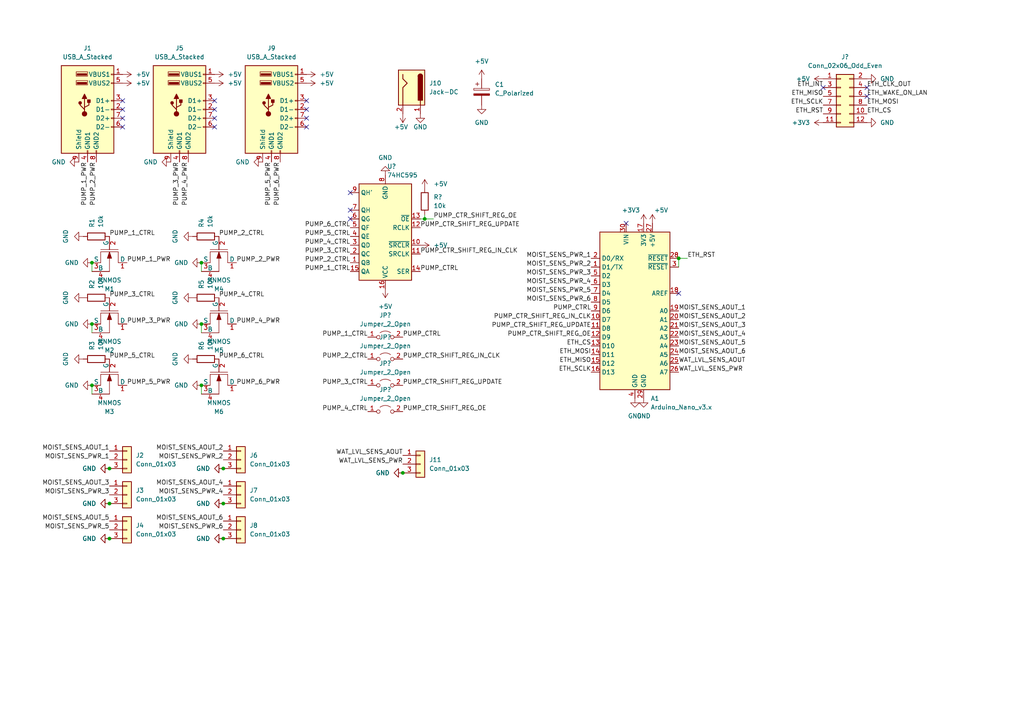
<source format=kicad_sch>
(kicad_sch (version 20211123) (generator eeschema)
  (paper "A4")
  (lib_symbols
    (symbol "74xx:74HC595"
      (property "Reference" "U" (at -7.62 13.97 0))
      (property "Value" "74HC595" (at -7.62 -16.51 0))
      (symbol "74HC595_1_0"
        (pin tri_state line (at 10.16 7.62 180) (length 2.54) (name "QB") (number "1"))
        (pin input line (at -10.16 2.54 0) (length 2.54) (name "~{SRCLR}") (number "10"))
        (pin input line (at -10.16 5.08 0) (length 2.54) (name "SRCLK") (number "11"))
        (pin input line (at -10.16 -2.54 0) (length 2.54) (name "RCLK") (number "12"))
        (pin input line (at -10.16 -5.08 0) (length 2.54) (name "~{OE}") (number "13"))
        (pin input line (at -10.16 10.16 0) (length 2.54) (name "SER") (number "14"))
        (pin tri_state line (at 10.16 10.16 180) (length 2.54) (name "QA") (number "15"))
        (pin power_in line (at 0 15.24 270) (length 2.54) (name "VCC") (number "16"))
        (pin tri_state line (at 10.16 5.08 180) (length 2.54) (name "QC") (number "2"))
        (pin tri_state line (at 10.16 2.54 180) (length 2.54) (name "QD") (number "3"))
        (pin tri_state line (at 10.16 0 180) (length 2.54) (name "QE") (number "4"))
        (pin tri_state line (at 10.16 -2.54 180) (length 2.54) (name "QF") (number "5"))
        (pin tri_state line (at 10.16 -5.08 180) (length 2.54) (name "QG") (number "6"))
        (pin tri_state line (at 10.16 -7.62 180) (length 2.54) (name "QH") (number "7"))
        (pin power_in line (at 0 -17.78 90) (length 2.54) (name "GND") (number "8"))
        (pin output line (at 10.16 -12.7 180) (length 2.54) (name "QH'") (number "9"))
      )
      (symbol "74HC595_1_1"
        (rectangle (start -7.62 12.7) (end 7.62 -15.24) (stroke (width 0.254)) (fill (type background)))
      )
    )
    (symbol "Connector:Jack-DC" (pin_names (offset 1.016))
      (property "Reference" "J" (at 0 5.334 0))
      (property "Value" "Jack-DC" (at 0 -5.08 0))
      (symbol "Jack-DC_0_1"
        (rectangle (start -5.08 3.81) (end 5.08 -3.81) (stroke (width 0.254)) (fill (type background)))
        (arc (start -3.302 3.175) (mid -3.937 2.54) (end -3.302 1.905) (stroke (width 0.254)))
        (arc (start -3.302 3.175) (mid -3.937 2.54) (end -3.302 1.905) (stroke (width 0.254)) (fill (type outline)))
        (polyline (pts (xy 5.08 2.54) (xy 3.81 2.54)) (stroke (width 0.254)))
        (polyline (pts (xy -3.81 -2.54) (xy -2.54 -2.54) (xy -1.27 -1.27) (xy 0 -2.54) (xy 2.54 -2.54) (xy 5.08 -2.54)) (stroke (width 0.254)))
        (rectangle (start 3.683 3.175) (end -3.302 1.905) (stroke (width 0.254)) (fill (type outline)))
      )
      (symbol "Jack-DC_1_1"
        (pin passive line (at 7.62 2.54 180) (length 2.54) (name "~") (number "1"))
        (pin passive line (at 7.62 -2.54 180) (length 2.54) (name "~") (number "2"))
      )
    )
    (symbol "Connector:USB_A_Stacked" (pin_names (offset 1.016))
      (property "Reference" "J" (at 0 15.875 0))
      (property "Value" "USB_A_Stacked" (at 0 13.97 0))
      (symbol "USB_A_Stacked_0_1"
        (rectangle (start -7.62 12.7) (end 7.62 -12.7) (stroke (width 0.254)) (fill (type background)))
        (circle (center -2.159 1.905) (radius 0.381) (stroke (width 0.254)) (fill (type outline)))
        (circle (center -0.889 -1.27) (radius 0.635) (stroke (width 0.254)) (fill (type outline)))
        (rectangle (start -0.254 7.366) (end -3.048 7.874) (fill (type outline)))
        (rectangle (start -0.254 9.906) (end -3.048 10.414) (fill (type outline)))
        (rectangle (start -0.127 -12.7) (end 0.127 -11.938))
        (polyline (pts (xy -1.524 3.175) (xy -0.254 3.175) (xy -0.889 4.445) (xy -1.524 3.175)) (stroke (width 0.254)) (fill (type outline)))
        (polyline (pts (xy -0.889 -0.635) (xy -0.889 0) (xy -2.159 1.27) (xy -2.159 1.905)) (stroke (width 0.254)))
        (polyline (pts (xy -0.889 0) (xy -0.889 0.635) (xy 0.381 1.27) (xy 0.381 2.54)) (stroke (width 0.254)))
        (rectangle (start 0 2.794) (end 0.762 2.032) (stroke (width 0.254)) (fill (type outline)))
        (rectangle (start 0 7.112) (end -3.302 8.382))
        (rectangle (start 0 9.652) (end -3.302 10.922))
        (rectangle (start 2.413 -12.7) (end 2.667 -11.938))
        (rectangle (start 7.62 -5.207) (end 6.858 -4.953))
        (rectangle (start 7.62 -2.667) (end 6.858 -2.413))
        (rectangle (start 7.62 -0.127) (end 6.858 0.127))
        (rectangle (start 7.62 2.413) (end 6.858 2.667))
        (rectangle (start 7.62 7.493) (end 6.858 7.747))
        (rectangle (start 7.62 10.033) (end 6.858 10.287))
      )
      (symbol "USB_A_Stacked_1_1"
        (polyline (pts (xy -0.889 0.635) (xy -0.889 3.175)) (stroke (width 0.254)))
        (pin power_in line (at 10.16 10.16 180) (length 2.54) (name "VBUS1") (number "1"))
        (pin bidirectional line (at 10.16 0 180) (length 2.54) (name "D1-") (number "2"))
        (pin bidirectional line (at 10.16 2.54 180) (length 2.54) (name "D1+") (number "3"))
        (pin power_in line (at 0 -15.24 90) (length 2.54) (name "GND1") (number "4"))
        (pin power_in line (at 10.16 7.62 180) (length 2.54) (name "VBUS2") (number "5"))
        (pin bidirectional line (at 10.16 -5.08 180) (length 2.54) (name "D2-") (number "6"))
        (pin bidirectional line (at 10.16 -2.54 180) (length 2.54) (name "D2+") (number "7"))
        (pin power_in line (at 2.54 -15.24 90) (length 2.54) (name "GND2") (number "8"))
        (pin passive line (at -2.54 -15.24 90) (length 2.54) (name "Shield") (number "9"))
      )
    )
    (symbol "Connector_Generic:Conn_01x03" (pin_names (offset 1.016) hide)
      (property "Reference" "J" (at 0 5.08 0))
      (property "Value" "Conn_01x03" (at 0 -5.08 0))
      (symbol "Conn_01x03_1_1"
        (rectangle (start -1.27 -2.413) (end 0 -2.667) (stroke (width 0.1524)))
        (rectangle (start -1.27 0.127) (end 0 -0.127) (stroke (width 0.1524)))
        (rectangle (start -1.27 2.667) (end 0 2.413) (stroke (width 0.1524)))
        (rectangle (start -1.27 3.81) (end 1.27 -3.81) (stroke (width 0.254)) (fill (type background)))
        (pin passive line (at -5.08 2.54 0) (length 3.81) (name "Pin_1") (number "1"))
        (pin passive line (at -5.08 0 0) (length 3.81) (name "Pin_2") (number "2"))
        (pin passive line (at -5.08 -2.54 0) (length 3.81) (name "Pin_3") (number "3"))
      )
    )
    (symbol "Connector_Generic:Conn_02x06_Odd_Even" (pin_names (offset 1.016) hide)
      (property "Reference" "J" (at 1.27 7.62 0))
      (property "Value" "Conn_02x06_Odd_Even" (at 1.27 -10.16 0))
      (symbol "Conn_02x06_Odd_Even_1_1"
        (rectangle (start -1.27 -7.493) (end 0 -7.747) (stroke (width 0.1524)))
        (rectangle (start -1.27 -4.953) (end 0 -5.207) (stroke (width 0.1524)))
        (rectangle (start -1.27 -2.413) (end 0 -2.667) (stroke (width 0.1524)))
        (rectangle (start -1.27 0.127) (end 0 -0.127) (stroke (width 0.1524)))
        (rectangle (start -1.27 2.667) (end 0 2.413) (stroke (width 0.1524)))
        (rectangle (start -1.27 5.207) (end 0 4.953) (stroke (width 0.1524)))
        (rectangle (start -1.27 6.35) (end 3.81 -8.89) (stroke (width 0.254)) (fill (type background)))
        (rectangle (start 3.81 -7.493) (end 2.54 -7.747) (stroke (width 0.1524)))
        (rectangle (start 3.81 -4.953) (end 2.54 -5.207) (stroke (width 0.1524)))
        (rectangle (start 3.81 -2.413) (end 2.54 -2.667) (stroke (width 0.1524)))
        (rectangle (start 3.81 0.127) (end 2.54 -0.127) (stroke (width 0.1524)))
        (rectangle (start 3.81 2.667) (end 2.54 2.413) (stroke (width 0.1524)))
        (rectangle (start 3.81 5.207) (end 2.54 4.953) (stroke (width 0.1524)))
        (pin passive line (at -5.08 5.08 0) (length 3.81) (name "Pin_1") (number "1"))
        (pin passive line (at 7.62 -5.08 180) (length 3.81) (name "Pin_10") (number "10"))
        (pin passive line (at -5.08 -7.62 0) (length 3.81) (name "Pin_11") (number "11"))
        (pin passive line (at 7.62 -7.62 180) (length 3.81) (name "Pin_12") (number "12"))
        (pin passive line (at 7.62 5.08 180) (length 3.81) (name "Pin_2") (number "2"))
        (pin passive line (at -5.08 2.54 0) (length 3.81) (name "Pin_3") (number "3"))
        (pin passive line (at 7.62 2.54 180) (length 3.81) (name "Pin_4") (number "4"))
        (pin passive line (at -5.08 0 0) (length 3.81) (name "Pin_5") (number "5"))
        (pin passive line (at 7.62 0 180) (length 3.81) (name "Pin_6") (number "6"))
        (pin passive line (at -5.08 -2.54 0) (length 3.81) (name "Pin_7") (number "7"))
        (pin passive line (at 7.62 -2.54 180) (length 3.81) (name "Pin_8") (number "8"))
        (pin passive line (at -5.08 -5.08 0) (length 3.81) (name "Pin_9") (number "9"))
      )
    )
    (symbol "Device:C_Polarized" (pin_numbers hide) (pin_names (offset 0.254))
      (property "Reference" "C" (at 0.635 2.54 0))
      (property "Value" "C_Polarized" (at 0.635 -2.54 0))
      (symbol "C_Polarized_0_1"
        (rectangle (start -2.286 0.508) (end 2.286 1.016))
        (polyline (pts (xy -1.778 2.286) (xy -0.762 2.286)))
        (polyline (pts (xy -1.27 2.794) (xy -1.27 1.778)))
        (rectangle (start 2.286 -0.508) (end -2.286 -1.016) (fill (type outline)))
      )
      (symbol "C_Polarized_1_1"
        (pin passive line (at 0 3.81 270) (length 2.794) (name "~") (number "1"))
        (pin passive line (at 0 -3.81 90) (length 2.794) (name "~") (number "2"))
      )
    )
    (symbol "Device:R" (pin_numbers hide) (pin_names (offset 0))
      (property "Reference" "R" (at 2.032 0 90))
      (property "Value" "R" (at 0 0 90))
      (symbol "R_0_1"
        (rectangle (start -1.016 -2.54) (end 1.016 2.54) (stroke (width 0.254)))
      )
      (symbol "R_1_1"
        (pin passive line (at 0 3.81 270) (length 1.27) (name "~") (number "1"))
        (pin passive line (at 0 -3.81 90) (length 1.27) (name "~") (number "2"))
      )
    )
    (symbol "Jumper:Jumper_2_Open" (pin_names (offset 0) hide)
      (property "Reference" "JP" (at 0 2.794 0))
      (property "Value" "Jumper_2_Open" (at 0 -2.286 0))
      (symbol "Jumper_2_Open_0_0"
        (circle (center -2.032 0) (radius 0.508))
        (circle (center 2.032 0) (radius 0.508))
      )
      (symbol "Jumper_2_Open_0_1"
        (arc (start 1.524 1.27) (mid 0 1.778) (end -1.524 1.27))
      )
      (symbol "Jumper_2_Open_1_1"
        (pin passive line (at -5.08 0 0) (length 2.54) (name "A") (number "1"))
        (pin passive line (at 5.08 0 180) (length 2.54) (name "B") (number "2"))
      )
    )
    (symbol "MCU_Module:Arduino_Nano_v3.x"
      (property "Reference" "A" (at -10.16 23.495 0))
      (property "Value" "Arduino_Nano_v3.x" (at 5.08 -24.13 0))
      (symbol "Arduino_Nano_v3.x_0_1"
        (rectangle (start -10.16 22.86) (end 10.16 -22.86) (stroke (width 0.254)) (fill (type background)))
      )
      (symbol "Arduino_Nano_v3.x_1_1"
        (pin bidirectional line (at -12.7 12.7 0) (length 2.54) (name "D1/TX") (number "1"))
        (pin bidirectional line (at -12.7 -2.54 0) (length 2.54) (name "D7") (number "10"))
        (pin bidirectional line (at -12.7 -5.08 0) (length 2.54) (name "D8") (number "11"))
        (pin bidirectional line (at -12.7 -7.62 0) (length 2.54) (name "D9") (number "12"))
        (pin bidirectional line (at -12.7 -10.16 0) (length 2.54) (name "D10") (number "13"))
        (pin bidirectional line (at -12.7 -12.7 0) (length 2.54) (name "D11") (number "14"))
        (pin bidirectional line (at -12.7 -15.24 0) (length 2.54) (name "D12") (number "15"))
        (pin bidirectional line (at -12.7 -17.78 0) (length 2.54) (name "D13") (number "16"))
        (pin power_out line (at 2.54 25.4 270) (length 2.54) (name "3V3") (number "17"))
        (pin input line (at 12.7 5.08 180) (length 2.54) (name "AREF") (number "18"))
        (pin bidirectional line (at 12.7 0 180) (length 2.54) (name "A0") (number "19"))
        (pin bidirectional line (at -12.7 15.24 0) (length 2.54) (name "D0/RX") (number "2"))
        (pin bidirectional line (at 12.7 -2.54 180) (length 2.54) (name "A1") (number "20"))
        (pin bidirectional line (at 12.7 -5.08 180) (length 2.54) (name "A2") (number "21"))
        (pin bidirectional line (at 12.7 -7.62 180) (length 2.54) (name "A3") (number "22"))
        (pin bidirectional line (at 12.7 -10.16 180) (length 2.54) (name "A4") (number "23"))
        (pin bidirectional line (at 12.7 -12.7 180) (length 2.54) (name "A5") (number "24"))
        (pin bidirectional line (at 12.7 -15.24 180) (length 2.54) (name "A6") (number "25"))
        (pin bidirectional line (at 12.7 -17.78 180) (length 2.54) (name "A7") (number "26"))
        (pin power_out line (at 5.08 25.4 270) (length 2.54) (name "+5V") (number "27"))
        (pin input line (at 12.7 15.24 180) (length 2.54) (name "~{RESET}") (number "28"))
        (pin power_in line (at 2.54 -25.4 90) (length 2.54) (name "GND") (number "29"))
        (pin input line (at 12.7 12.7 180) (length 2.54) (name "~{RESET}") (number "3"))
        (pin power_in line (at -2.54 25.4 270) (length 2.54) (name "VIN") (number "30"))
        (pin power_in line (at 0 -25.4 90) (length 2.54) (name "GND") (number "4"))
        (pin bidirectional line (at -12.7 10.16 0) (length 2.54) (name "D2") (number "5"))
        (pin bidirectional line (at -12.7 7.62 0) (length 2.54) (name "D3") (number "6"))
        (pin bidirectional line (at -12.7 5.08 0) (length 2.54) (name "D4") (number "7"))
        (pin bidirectional line (at -12.7 2.54 0) (length 2.54) (name "D5") (number "8"))
        (pin bidirectional line (at -12.7 0 0) (length 2.54) (name "D6") (number "9"))
      )
    )
    (symbol "power:+3.3V" (power) (pin_names (offset 0))
      (property "Value" "+3.3V" (at 0 3.556 0))
      (symbol "+3.3V_0_1"
        (polyline (pts (xy -0.762 1.27) (xy 0 2.54)))
        (polyline (pts (xy 0 0) (xy 0 2.54)))
        (polyline (pts (xy 0 2.54) (xy 0.762 1.27)))
      )
      (symbol "+3.3V_1_1"
        (pin power_in line (at 0 0 90) (length 0) hide (name "+3V3") (number "1"))
      )
    )
    (symbol "power:+5V" (power) (pin_names (offset 0))
      (property "Value" "+5V" (at 0 3.556 0))
      (symbol "+5V_0_1"
        (polyline (pts (xy -0.762 1.27) (xy 0 2.54)))
        (polyline (pts (xy 0 0) (xy 0 2.54)))
        (polyline (pts (xy 0 2.54) (xy 0.762 1.27)))
      )
      (symbol "+5V_1_1"
        (pin power_in line (at 0 0 90) (length 0) hide (name "+5V") (number "1"))
      )
    )
    (symbol "power:GND" (power) (pin_names (offset 0))
      (property "Value" "GND" (at 0 -3.81 0))
      (symbol "GND_0_1"
        (polyline (pts (xy 0 0) (xy 0 -1.27) (xy 1.27 -1.27) (xy 0 -2.54) (xy -1.27 -1.27) (xy 0 -1.27)))
      )
      (symbol "GND_1_1"
        (pin power_in line (at 0 0 270) (length 0) hide (name "GND") (number "1"))
      )
    )
    (symbol "pspice:MNMOS" (pin_names (offset 0))
      (property "Reference" "M" (at 7.62 1.27 0))
      (property "Value" "MNMOS" (at 7.62 -1.27 0))
      (symbol "MNMOS_0_1"
        (polyline (pts (xy -1.27 -2.54) (xy -1.27 2.54)))
        (polyline (pts (xy -0.635 -2.54) (xy 2.54 -2.54)))
        (polyline (pts (xy 2.54 2.54) (xy -0.635 2.54)))
        (polyline (pts (xy 5.08 0) (xy -0.635 0)))
        (polyline (pts (xy -0.635 0) (xy 1.27 0.635) (xy 1.27 -0.635) (xy -0.635 0)) (fill (type outline)))
      )
      (symbol "MNMOS_1_1"
        (polyline (pts (xy -0.635 -2.54) (xy -0.635 2.54)))
        (pin passive line (at 2.54 5.08 270) (length 2.54) (name "D") (number "1"))
        (pin input line (at -5.08 0 0) (length 3.81) (name "G") (number "2"))
        (pin passive line (at 2.54 -5.08 90) (length 2.54) (name "S") (number "3"))
        (pin input line (at 5.08 -5.08 90) (length 5.08) (name "B") (number "4"))
      )
    )
  )
  (junction (at 58.42 111.76))
  (junction (at 64.77 146.05))
  (junction (at 26.67 111.76))
  (junction (at 31.75 135.89))
  (junction (at 26.67 76.2))
  (junction (at 58.42 93.98))
  (junction (at 58.42 76.2))
  (junction (at 123.19 63.5))
  (junction (at 196.85 74.93))
  (junction (at 26.67 93.98))
  (junction (at 31.75 146.05))
  (junction (at 64.77 135.89))
  (junction (at 116.84 137.16))
  (junction (at 64.77 156.21))
  (junction (at 31.75 156.21))
  (no_connect (at 101.6 63.5))
  (no_connect (at 101.6 60.96))
  (no_connect (at 101.6 55.88))
  (no_connect (at 196.85 85.09))
  (no_connect (at 181.61 64.77))
  (no_connect (at 35.56 31.75))
  (no_connect (at 35.56 34.29))
  (no_connect (at 35.56 36.83))
  (no_connect (at 88.9 36.83))
  (no_connect (at 88.9 31.75))
  (no_connect (at 88.9 34.29))
  (no_connect (at 35.56 29.21))
  (no_connect (at 62.23 34.29))
  (no_connect (at 62.23 29.21))
  (no_connect (at 62.23 36.83))
  (no_connect (at 62.23 31.75))
  (no_connect (at 88.9 29.21))
  (no_connect (at 251.46 27.94))
  (no_connect (at 251.46 25.4))
  (no_connect (at 238.76 25.4))
  (wire (pts (xy 196.85 74.93) (xy 199.39 74.93)))
  (wire (pts (xy 196.85 74.93) (xy 196.85 77.47)))
  (wire (pts (xy 123.19 62.23) (xy 123.19 63.5)))
  (wire (pts (xy 123.19 63.5) (xy 121.92 63.5)))
  (wire (pts (xy 26.67 76.2) (xy 26.67 78.74)))
  (wire (pts (xy 125.73 63.5) (xy 123.19 63.5)))
  (wire (pts (xy 58.42 76.2) (xy 58.42 78.74)))
  (wire (pts (xy 58.42 93.98) (xy 58.42 96.52)))
  (wire (pts (xy 26.67 93.98) (xy 26.67 96.52)))
  (wire (pts (xy 26.67 111.76) (xy 26.67 114.3)))
  (wire (pts (xy 58.42 111.76) (xy 58.42 114.3)))
  (label "ETH_SCLK" (at 171.45 107.95 180))
  (label "PUMP_CTR_SHIFT_REG_IN_CLK" (at 121.92 73.66 0))
  (label "ETH_CLK_OUT" (at 251.46 25.4 0))
  (label "MOIST_SENS_PWR_4" (at 64.77 143.51 180))
  (label "PUMP_1_CTRL" (at 106.68 97.79 180))
  (label "PUMP_CTR_SHIFT_REG_IN_CLK" (at 116.84 104.14 0))
  (label "PUMP_4_CTRL" (at 63.5 86.36 0))
  (label "MOIST_SENS_PWR_1" (at 31.75 133.35 180))
  (label "PUMP_3_CTRL" (at 106.68 111.76 180))
  (label "MOIST_SENS_PWR_3" (at 31.75 143.51 180))
  (label "PUMP_4_PWR" (at 68.58 93.98 0))
  (label "MOIST_SENS_PWR_6" (at 64.77 153.67 180))
  (label "ETH_CS" (at 251.46 33.02 0))
  (label "ETH_RST" (at 238.76 33.02 180))
  (label "MOIST_SENS_AOUT_5" (at 31.75 151.13 180))
  (label "PUMP_CTR_SHIFT_REG_UPDATE" (at 121.92 66.04 0))
  (label "ETH_RST" (at 199.39 74.93 0))
  (label "MOIST_SENS_AOUT_3" (at 31.75 140.97 180))
  (label "MOIST_SENS_PWR_5" (at 171.45 85.09 180))
  (label "PUMP_3_CTRL" (at 31.75 86.36 0))
  (label "PUMP_CTRL" (at 121.92 78.74 0))
  (label "ETH_MOSI" (at 251.46 30.48 0))
  (label "ETH_CS" (at 171.45 100.33 180))
  (label "PUMP_6_PWR" (at 81.28 46.99 270))
  (label "ETH_SCLK" (at 238.76 30.48 180))
  (label "MOIST_SENS_AOUT_5" (at 196.85 100.33 0))
  (label "PUMP_2_PWR" (at 68.58 76.2 0))
  (label "PUMP_3_CTRL" (at 101.6 73.66 180))
  (label "MOIST_SENS_AOUT_4" (at 196.85 97.79 0))
  (label "PUMP_5_CTRL" (at 31.75 104.14 0))
  (label "PUMP_5_PWR" (at 36.83 111.76 0))
  (label "MOIST_SENS_PWR_2" (at 64.77 133.35 180))
  (label "PUMP_CTR_SHIFT_REG_UPDATE" (at 171.45 95.25 180))
  (label "PUMP_1_PWR" (at 36.83 76.2 0))
  (label "PUMP_CTRL" (at 171.45 90.17 180))
  (label "ETH_MISO" (at 171.45 105.41 180))
  (label "PUMP_5_PWR" (at 78.74 46.99 270))
  (label "MOIST_SENS_PWR_6" (at 171.45 87.63 180))
  (label "PUMP_6_CTRL" (at 101.6 66.04 180))
  (label "PUMP_6_PWR" (at 68.58 111.76 0))
  (label "PUMP_CTR_SHIFT_REG_OE" (at 125.73 63.5 0))
  (label "MOIST_SENS_AOUT_4" (at 64.77 140.97 180))
  (label "PUMP_4_CTRL" (at 106.68 119.38 180))
  (label "MOIST_SENS_AOUT_2" (at 64.77 130.81 180))
  (label "PUMP_3_PWR" (at 36.83 93.98 0))
  (label "PUMP_2_CTRL" (at 63.5 68.58 0))
  (label "PUMP_4_CTRL" (at 101.6 71.12 180))
  (label "MOIST_SENS_AOUT_6" (at 196.85 102.87 0))
  (label "ETH_INT" (at 238.76 25.4 180))
  (label "MOIST_SENS_PWR_4" (at 171.45 82.55 180))
  (label "PUMP_CTR_SHIFT_REG_UPDATE" (at 116.84 111.76 0))
  (label "MOIST_SENS_AOUT_1" (at 196.85 90.17 0))
  (label "WAT_LVL_SENS_AOUT" (at 196.85 105.41 0))
  (label "WAT_LVL_SENS_PWR" (at 196.85 107.95 0))
  (label "PUMP_5_CTRL" (at 101.6 68.58 180))
  (label "MOIST_SENS_PWR_5" (at 31.75 153.67 180))
  (label "PUMP_CTR_SHIFT_REG_OE" (at 171.45 97.79 180))
  (label "MOIST_SENS_AOUT_3" (at 196.85 95.25 0))
  (label "WAT_LVL_SENS_AOUT" (at 116.84 132.08 180))
  (label "WAT_LVL_SENS_PWR" (at 116.84 134.62 180))
  (label "PUMP_CTR_SHIFT_REG_OE" (at 116.84 119.38 0))
  (label "PUMP_2_CTRL" (at 106.68 104.14 180))
  (label "PUMP_1_CTRL" (at 31.75 68.58 0))
  (label "MOIST_SENS_PWR_1" (at 171.45 74.93 180))
  (label "PUMP_CTR_SHIFT_REG_IN_CLK" (at 171.45 92.71 180))
  (label "PUMP_1_CTRL" (at 101.6 78.74 180))
  (label "MOIST_SENS_AOUT_2" (at 196.85 92.71 0))
  (label "PUMP_2_PWR" (at 27.94 46.99 270))
  (label "MOIST_SENS_PWR_2" (at 171.45 77.47 180))
  (label "PUMP_1_PWR" (at 25.4 46.99 270))
  (label "PUMP_6_CTRL" (at 63.5 104.14 0))
  (label "PUMP_3_PWR" (at 52.07 46.99 270))
  (label "ETH_MOSI" (at 171.45 102.87 180))
  (label "PUMP_4_PWR" (at 54.61 46.99 270))
  (label "PUMP_2_CTRL" (at 101.6 76.2 180))
  (label "PUMP_CTRL" (at 116.84 97.79 0))
  (label "MOIST_SENS_AOUT_1" (at 31.75 130.81 180))
  (label "MOIST_SENS_AOUT_6" (at 64.77 151.13 180))
  (label "ETH_WAKE_ON_LAN" (at 251.46 27.94 0))
  (label "ETH_MISO" (at 238.76 27.94 180))
  (label "MOIST_SENS_PWR_3" (at 171.45 80.01 180))
  (symbol (lib_id "power:GND") (at 58.42 76.2 270) (unit 1)
    (property "Reference" "#PWR020" (effects hide))
    (property "Value" "GND" (at 54.61 76.1999 90) (effects (justify right)))
  )
  (symbol (lib_id "power:+5V") (at 123.19 54.61 0) (unit 1)
    (property "Reference" "#PWR?" (effects hide))
    (property "Value" "+5V" (at 125.73 53.3399 0) (effects (justify left)))
  )
  (symbol (lib_id "Connector_Generic:Conn_01x03") (at 36.83 143.51 0) (unit 1)
    (property "Reference" "J3" (at 39.37 142.2399 0) (effects (justify left)))
    (property "Value" "Conn_01x03" (at 39.37 144.7799 0) (effects (justify left)))
    (property "Footprint" "Connector_PinHeader_2.54mm:PinHeader_1x03_P2.54mm_Vertical" (effects hide))
  )
  (symbol (lib_id "power:GND") (at 31.75 156.21 270) (unit 1)
    (property "Reference" "#PWR012" (effects hide))
    (property "Value" "GND" (at 27.94 156.2099 90) (effects (justify right)))
  )
  (symbol (lib_id "power:GND") (at 55.88 86.36 270) (unit 1)
    (property "Reference" "#PWR018" (effects hide))
    (property "Value" "GND" (at 50.8 86.36 0))
  )
  (symbol (lib_id "power:GND") (at 251.46 35.56 90) (unit 1)
    (property "Reference" "#PWR?" (effects hide))
    (property "Value" "GND" (at 255.27 35.5599 90) (effects (justify right)))
  )
  (symbol (lib_id "pspice:MNMOS") (at 31.75 73.66 270) (unit 1)
    (property "Reference" "M1" (at 31.75 83.82 90))
    (property "Value" "MNMOS" (at 31.75 81.28 90))
  )
  (symbol (lib_id "power:GND") (at 184.15 115.57 0) (unit 1)
    (property "Reference" "#PWR040" (effects hide))
    (property "Value" "GND" (at 184.15 120.65 0))
  )
  (symbol (lib_id "power:+5V") (at 88.9 21.59 270) (unit 1)
    (property "Reference" "#PWR032" (effects hide))
    (property "Value" "+5V" (at 92.71 21.5899 90) (effects (justify left)))
  )
  (symbol (lib_id "Jumper:Jumper_2_Open") (at 111.76 111.76 0) (unit 1)
    (property "Reference" "JP?" (at 111.76 105.41 0))
    (property "Value" "Jumper_2_Open" (at 111.76 107.95 0))
  )
  (symbol (lib_id "power:GND") (at 116.84 137.16 270) (unit 1)
    (property "Reference" "#PWR035" (effects hide))
    (property "Value" "GND" (at 113.03 137.1599 90) (effects (justify right)))
  )
  (symbol (lib_id "Device:C_Polarized") (at 139.7 26.67 0) (unit 1)
    (property "Reference" "C1" (at 143.51 24.5109 0) (effects (justify left)))
    (property "Value" "C_Polarized" (at 143.51 27.0509 0) (effects (justify left)))
  )
  (symbol (lib_id "power:GND") (at 24.13 86.36 270) (unit 1)
    (property "Reference" "#PWR03" (effects hide))
    (property "Value" "GND" (at 19.05 86.36 0))
  )
  (symbol (lib_id "power:+5V") (at 121.92 71.12 270) (unit 1)
    (property "Reference" "#PWR?" (effects hide))
    (property "Value" "+5V" (at 125.73 71.1199 90) (effects (justify left)))
  )
  (symbol (lib_id "power:GND") (at 58.42 93.98 270) (unit 1)
    (property "Reference" "#PWR021" (effects hide))
    (property "Value" "GND" (at 54.61 93.9799 90) (effects (justify right)))
  )
  (symbol (lib_id "Connector_Generic:Conn_01x03") (at 69.85 153.67 0) (unit 1)
    (property "Reference" "J8" (at 72.39 152.3999 0) (effects (justify left)))
    (property "Value" "Conn_01x03" (at 72.39 154.9399 0) (effects (justify left)))
    (property "Footprint" "Connector_PinHeader_2.54mm:PinHeader_1x03_P2.54mm_Vertical" (effects hide))
  )
  (symbol (lib_id "Connector_Generic:Conn_01x03") (at 69.85 143.51 0) (unit 1)
    (property "Reference" "J7" (at 72.39 142.2399 0) (effects (justify left)))
    (property "Value" "Conn_01x03" (at 72.39 144.7799 0) (effects (justify left)))
    (property "Footprint" "Connector_PinHeader_2.54mm:PinHeader_1x03_P2.54mm_Vertical" (effects hide))
  )
  (symbol (lib_id "power:GND") (at 64.77 156.21 270) (unit 1)
    (property "Reference" "#PWR029" (effects hide))
    (property "Value" "GND" (at 60.96 156.2099 90) (effects (justify right)))
  )
  (symbol (lib_id "power:GND") (at 58.42 111.76 270) (unit 1)
    (property "Reference" "#PWR022" (effects hide))
    (property "Value" "GND" (at 54.61 111.7599 90) (effects (justify right)))
  )
  (symbol (lib_id "Connector_Generic:Conn_01x03") (at 69.85 133.35 0) (unit 1)
    (property "Reference" "J6" (at 72.39 132.08 0) (effects (justify left)))
    (property "Value" "Conn_01x03" (at 72.39 134.6199 0) (effects (justify left)))
    (property "Footprint" "Connector_PinHeader_2.54mm:PinHeader_1x03_P2.54mm_Vertical" (effects hide))
  )
  (symbol (lib_id "power:+5V") (at 35.56 21.59 270) (unit 1)
    (property "Reference" "#PWR014" (effects hide))
    (property "Value" "+5V" (at 39.37 21.5899 90) (effects (justify left)))
  )
  (symbol (lib_id "Connector:USB_A_Stacked") (at 25.4 31.75 0) (unit 1)
    (property "Reference" "J1" (at 25.4 13.97 0))
    (property "Value" "USB_A_Stacked" (at 25.4 16.51 0))
    (property "Footprint" "Connector_USB:USB_A_Wuerth_61400826021_Horizontal_Stacked" (effects hide))
    (property "Datasheet" " ~" (effects hide))
  )
  (symbol (lib_id "Device:R") (at 59.69 68.58 90) (unit 1)
    (property "Reference" "R4" (at 58.4199 66.04 0) (effects (justify left)))
    (property "Value" "10k" (at 60.9599 66.04 0) (effects (justify left)))
    (property "Footprint" "Resistor_THT:R_Axial_DIN0207_L6.3mm_D2.5mm_P7.62mm_Horizontal" (effects hide))
  )
  (symbol (lib_id "Device:R") (at 27.94 104.14 90) (unit 1)
    (property "Reference" "R3" (at 26.6699 101.6 0) (effects (justify left)))
    (property "Value" "10k" (at 29.2099 101.6 0) (effects (justify left)))
    (property "Footprint" "Resistor_THT:R_Axial_DIN0207_L6.3mm_D2.5mm_P7.62mm_Horizontal" (effects hide))
  )
  (symbol (lib_id "Jumper:Jumper_2_Open") (at 111.76 104.14 0) (unit 1)
    (property "Reference" "JP?" (at 111.76 97.79 0))
    (property "Value" "Jumper_2_Open" (at 111.76 100.33 0))
  )
  (symbol (lib_id "power:GND") (at 24.13 104.14 270) (unit 1)
    (property "Reference" "#PWR04" (effects hide))
    (property "Value" "GND" (at 19.05 104.14 0))
  )
  (symbol (lib_id "power:+5V") (at 62.23 21.59 270) (unit 1)
    (property "Reference" "#PWR023" (effects hide))
    (property "Value" "+5V" (at 66.04 21.5899 90) (effects (justify left)))
  )
  (symbol (lib_id "power:GND") (at 121.92 33.02 0) (unit 1)
    (property "Reference" "#PWR037" (effects hide))
    (property "Value" "GND" (at 121.92 36.83 0))
  )
  (symbol (lib_id "Device:R") (at 27.94 86.36 90) (unit 1)
    (property "Reference" "R2" (at 26.6699 83.82 0) (effects (justify left)))
    (property "Value" "10k" (at 29.2099 83.82 0) (effects (justify left)))
    (property "Footprint" "Resistor_THT:R_Axial_DIN0207_L6.3mm_D2.5mm_P7.62mm_Horizontal" (effects hide))
  )
  (symbol (lib_id "power:GND") (at 186.69 115.57 0) (unit 1)
    (property "Reference" "#PWR041" (effects hide))
    (property "Value" "GND" (at 186.69 120.65 0))
  )
  (symbol (lib_id "power:+5V") (at 139.7 22.86 0) (unit 1)
    (property "Reference" "#PWR038" (effects hide))
    (property "Value" "+5V" (at 139.7 17.78 0))
  )
  (symbol (lib_id "Jumper:Jumper_2_Open") (at 111.76 119.38 0) (unit 1)
    (property "Reference" "JP?" (at 111.76 113.03 0))
    (property "Value" "Jumper_2_Open" (at 111.76 115.57 0))
  )
  (symbol (lib_id "power:+5V") (at 111.76 83.82 180) (unit 1)
    (property "Reference" "#PWR?" (effects hide))
    (property "Value" "+5V" (at 111.76 88.9 0))
  )
  (symbol (lib_id "power:+5V") (at 116.84 33.02 180) (unit 1)
    (property "Reference" "#PWR034" (effects hide))
    (property "Value" "+5V" (at 114.3 36.83 0) (effects (justify right)))
  )
  (symbol (lib_id "Connector_Generic:Conn_01x03") (at 121.92 134.62 0) (unit 1)
    (property "Reference" "J11" (at 124.46 133.3499 0) (effects (justify left)))
    (property "Value" "Conn_01x03" (at 124.46 135.8899 0) (effects (justify left)))
    (property "Footprint" "Connector_PinHeader_2.54mm:PinHeader_1x03_P2.54mm_Vertical" (effects hide))
  )
  (symbol (lib_id "power:GND") (at 64.77 146.05 270) (unit 1)
    (property "Reference" "#PWR027" (effects hide))
    (property "Value" "GND" (at 60.96 146.0499 90) (effects (justify right)))
  )
  (symbol (lib_id "power:GND") (at 64.77 135.89 270) (unit 1)
    (property "Reference" "#PWR025" (effects hide))
    (property "Value" "GND" (at 60.96 135.8899 90) (effects (justify right)))
  )
  (symbol (lib_id "MCU_Module:Arduino_Nano_v3.x") (at 184.15 90.17 0) (unit 1)
    (property "Reference" "A1" (at 188.7094 115.57 0) (effects (justify left)))
    (property "Value" "Arduino_Nano_v3.x" (at 188.7094 118.11 0) (effects (justify left)))
    (property "Footprint" "Module:Arduino_Nano" (effects hide))
    (property "Datasheet" "http://www.mouser.com/pdfdocs/Gravitech_Arduino_Nano3_0.pdf" (effects hide))
  )
  (symbol (lib_id "Jumper:Jumper_2_Open") (at 111.76 97.79 0) (unit 1)
    (property "Reference" "JP?" (at 111.76 91.44 0))
    (property "Value" "Jumper_2_Open" (at 111.76 93.98 0))
  )
  (symbol (lib_id "power:GND") (at 116.84 137.16 270) (unit 1)
    (property "Reference" "#PWR036" (effects hide))
    (property "Value" "GND" (at 113.03 137.1599 90) (effects (justify right)))
  )
  (symbol (lib_id "power:GND") (at 64.77 135.89 270) (unit 1)
    (property "Reference" "#PWR026" (effects hide))
    (property "Value" "GND" (at 60.96 135.8899 90) (effects (justify right)))
  )
  (symbol (lib_id "Device:R") (at 59.69 86.36 90) (unit 1)
    (property "Reference" "R5" (at 58.4199 83.82 0) (effects (justify left)))
    (property "Value" "10k" (at 60.9599 83.82 0) (effects (justify left)))
    (property "Footprint" "Resistor_THT:R_Axial_DIN0207_L6.3mm_D2.5mm_P7.62mm_Horizontal" (effects hide))
  )
  (symbol (lib_id "Connector_Generic:Conn_02x06_Odd_Even") (at 243.84 27.94 0) (unit 1)
    (property "Reference" "J?" (at 245.11 16.51 0))
    (property "Value" "Conn_02x06_Odd_Even" (at 245.11 19.05 0))
  )
  (symbol (lib_id "power:+5V") (at 62.23 24.13 270) (unit 1)
    (property "Reference" "#PWR024" (effects hide))
    (property "Value" "+5V" (at 66.04 24.1299 90) (effects (justify left)))
  )
  (symbol (lib_id "Device:R") (at 59.69 104.14 90) (unit 1)
    (property "Reference" "R6" (at 58.4199 101.6 0) (effects (justify left)))
    (property "Value" "10k" (at 60.9599 101.6 0) (effects (justify left)))
    (property "Footprint" "Resistor_THT:R_Axial_DIN0207_L6.3mm_D2.5mm_P7.62mm_Horizontal" (effects hide))
  )
  (symbol (lib_id "power:GND") (at 31.75 146.05 270) (unit 1)
    (property "Reference" "#PWR010" (effects hide))
    (property "Value" "GND" (at 27.94 146.0499 90) (effects (justify right)))
  )
  (symbol (lib_id "Connector_Generic:Conn_01x03") (at 36.83 153.67 0) (unit 1)
    (property "Reference" "J4" (at 39.37 152.3999 0) (effects (justify left)))
    (property "Value" "Conn_01x03" (at 39.37 154.9399 0) (effects (justify left)))
    (property "Footprint" "Connector_PinHeader_2.54mm:PinHeader_1x03_P2.54mm_Vertical" (effects hide))
  )
  (symbol (lib_id "power:GND") (at 76.2 46.99 270) (unit 1)
    (property "Reference" "#PWR031" (effects hide))
    (property "Value" "GND" (at 72.39 46.9899 90) (effects (justify right)))
  )
  (symbol (lib_id "power:GND") (at 31.75 135.89 270) (unit 1)
    (property "Reference" "#PWR08" (effects hide))
    (property "Value" "GND" (at 27.94 135.8899 90) (effects (justify right)))
  )
  (symbol (lib_id "Connector:USB_A_Stacked") (at 52.07 31.75 0) (unit 1)
    (property "Reference" "J5" (at 52.07 13.97 0))
    (property "Value" "USB_A_Stacked" (at 52.07 16.51 0))
    (property "Footprint" "Connector_USB:USB_A_Wuerth_61400826021_Horizontal_Stacked" (effects hide))
    (property "Datasheet" " ~" (effects hide))
  )
  (symbol (lib_id "power:GND") (at 31.75 135.89 270) (unit 1)
    (property "Reference" "#PWR09" (effects hide))
    (property "Value" "GND" (at 27.94 135.8899 90) (effects (justify right)))
  )
  (symbol (lib_id "Connector:USB_A_Stacked") (at 78.74 31.75 0) (unit 1)
    (property "Reference" "J9" (at 78.74 13.97 0))
    (property "Value" "USB_A_Stacked" (at 78.74 16.51 0))
    (property "Footprint" "Connector_USB:USB_A_Wuerth_61400826021_Horizontal_Stacked" (effects hide))
    (property "Datasheet" " ~" (effects hide))
  )
  (symbol (lib_id "power:GND") (at 31.75 156.21 270) (unit 1)
    (property "Reference" "#PWR013" (effects hide))
    (property "Value" "GND" (at 27.94 156.2099 90) (effects (justify right)))
  )
  (symbol (lib_id "power:GND") (at 251.46 22.86 90) (unit 1)
    (property "Reference" "#PWR?" (effects hide))
    (property "Value" "GND" (at 255.27 22.8599 90) (effects (justify right)))
  )
  (symbol (lib_id "Device:R") (at 27.94 68.58 90) (unit 1)
    (property "Reference" "R1" (at 26.6699 66.04 0) (effects (justify left)))
    (property "Value" "10k" (at 29.2099 66.04 0) (effects (justify left)))
    (property "Footprint" "Resistor_THT:R_Axial_DIN0207_L6.3mm_D2.5mm_P7.62mm_Horizontal" (effects hide))
  )
  (symbol (lib_id "power:+3.3V") (at 186.69 64.77 0) (unit 1)
    (property "Reference" "#PWR?" (effects hide))
    (property "Value" "+3.3V" (at 180.34 60.96 0) (effects (justify left)))
  )
  (symbol (lib_id "power:+5V") (at 238.76 22.86 90) (unit 1)
    (property "Reference" "#PWR?" (effects hide))
    (property "Value" "+5V" (at 234.95 22.8599 90) (effects (justify left)))
  )
  (symbol (lib_id "power:GND") (at 24.13 68.58 270) (unit 1)
    (property "Reference" "#PWR02" (effects hide))
    (property "Value" "GND" (at 19.05 68.58 0))
  )
  (symbol (lib_id "power:+5V") (at 189.23 64.77 0) (unit 1)
    (property "Reference" "#PWR042" (effects hide))
    (property "Value" "+5V" (at 191.77 60.96 0))
  )
  (symbol (lib_id "pspice:MNMOS") (at 63.5 73.66 270) (unit 1)
    (property "Reference" "M4" (at 63.5 83.82 90))
    (property "Value" "MNMOS" (at 63.5 81.28 90))
  )
  (symbol (lib_id "power:GND") (at 55.88 68.58 270) (unit 1)
    (property "Reference" "#PWR017" (effects hide))
    (property "Value" "GND" (at 50.8 68.58 0))
  )
  (symbol (lib_id "power:+5V") (at 88.9 24.13 270) (unit 1)
    (property "Reference" "#PWR033" (effects hide))
    (property "Value" "+5V" (at 92.71 24.1299 90) (effects (justify left)))
  )
  (symbol (lib_id "power:GND") (at 111.76 50.8 180) (unit 1)
    (property "Reference" "#PWR?" (effects hide))
    (property "Value" "GND" (at 111.76 45.72 0))
  )
  (symbol (lib_id "74xx:74HC595") (at 111.76 68.58 180) (unit 1)
    (property "Reference" "U?" (at 112.2806 48.26 0) (effects (justify right)))
    (property "Value" "74HC595" (at 112.2806 50.8 0) (effects (justify right)))
    (property "Datasheet" "http://www.ti.com/lit/ds/symlink/sn74hc595.pdf" (effects hide))
  )
  (symbol (lib_id "power:GND") (at 22.86 46.99 270) (unit 1)
    (property "Reference" "#PWR01" (effects hide))
    (property "Value" "GND" (at 19.05 46.9899 90) (effects (justify right)))
  )
  (symbol (lib_id "power:+5V") (at 35.56 24.13 270) (unit 1)
    (property "Reference" "#PWR015" (effects hide))
    (property "Value" "+5V" (at 39.37 24.1299 90) (effects (justify left)))
  )
  (symbol (lib_id "power:+3.3V") (at 238.76 35.56 90) (unit 1)
    (property "Reference" "#PWR?" (effects hide))
    (property "Value" "+3.3V" (at 234.95 35.5599 90) (effects (justify left)))
  )
  (symbol (lib_id "Device:R") (at 123.19 58.42 0) (unit 1)
    (property "Reference" "R?" (at 125.73 57.1499 0) (effects (justify left)))
    (property "Value" "10k" (at 125.73 59.6899 0) (effects (justify left)))
  )
  (symbol (lib_id "power:GND") (at 64.77 156.21 270) (unit 1)
    (property "Reference" "#PWR030" (effects hide))
    (property "Value" "GND" (at 60.96 156.2099 90) (effects (justify right)))
  )
  (symbol (lib_id "power:GND") (at 31.75 146.05 270) (unit 1)
    (property "Reference" "#PWR011" (effects hide))
    (property "Value" "GND" (at 27.94 146.0499 90) (effects (justify right)))
  )
  (symbol (lib_id "pspice:MNMOS") (at 31.75 91.44 270) (unit 1)
    (property "Reference" "M2" (at 31.75 101.6 90))
    (property "Value" "MNMOS" (at 31.75 99.06 90))
  )
  (symbol (lib_id "pspice:MNMOS") (at 31.75 109.22 270) (unit 1)
    (property "Reference" "M3" (at 31.75 119.38 90))
    (property "Value" "MNMOS" (at 31.75 116.84 90))
  )
  (symbol (lib_id "power:GND") (at 55.88 104.14 270) (unit 1)
    (property "Reference" "#PWR019" (effects hide))
    (property "Value" "GND" (at 50.8 104.14 0))
  )
  (symbol (lib_id "pspice:MNMOS") (at 63.5 109.22 270) (unit 1)
    (property "Reference" "M6" (at 63.5 119.38 90))
    (property "Value" "MNMOS" (at 63.5 116.84 90))
  )
  (symbol (lib_id "power:GND") (at 26.67 93.98 270) (unit 1)
    (property "Reference" "#PWR06" (effects hide))
    (property "Value" "GND" (at 22.86 93.9799 90) (effects (justify right)))
  )
  (symbol (lib_id "Connector:Jack-DC") (at 119.38 25.4 270) (unit 1)
    (property "Reference" "J10" (at 124.46 24.1299 90) (effects (justify left)))
    (property "Value" "Jack-DC" (at 124.46 26.6699 90) (effects (justify left)))
  )
  (symbol (lib_id "power:GND") (at 26.67 76.2 270) (unit 1)
    (property "Reference" "#PWR05" (effects hide))
    (property "Value" "GND" (at 22.86 76.1999 90) (effects (justify right)))
  )
  (symbol (lib_id "pspice:MNMOS") (at 63.5 91.44 270) (unit 1)
    (property "Reference" "M5" (at 63.5 101.6 90))
    (property "Value" "MNMOS" (at 63.5 99.06 90))
  )
  (symbol (lib_id "power:GND") (at 139.7 30.48 0) (unit 1)
    (property "Reference" "#PWR039" (effects hide))
    (property "Value" "GND" (at 139.7 35.56 0))
  )
  (symbol (lib_id "power:GND") (at 49.53 46.99 270) (unit 1)
    (property "Reference" "#PWR016" (effects hide))
    (property "Value" "GND" (at 45.72 46.9899 90) (effects (justify right)))
  )
  (symbol (lib_id "Connector_Generic:Conn_01x03") (at 36.83 133.35 0) (unit 1)
    (property "Reference" "J2" (at 39.37 132.0799 0) (effects (justify left)))
    (property "Value" "Conn_01x03" (at 39.37 134.6199 0) (effects (justify left)))
    (property "Footprint" "Connector_PinHeader_2.54mm:PinHeader_1x03_P2.54mm_Vertical" (effects hide))
  )
  (symbol (lib_id "power:GND") (at 64.77 146.05 270) (unit 1)
    (property "Reference" "#PWR028" (effects hide))
    (property "Value" "GND" (at 60.96 146.0499 90) (effects (justify right)))
  )
  (symbol (lib_id "power:GND") (at 26.67 111.76 270) (unit 1)
    (property "Reference" "#PWR07" (effects hide))
    (property "Value" "GND" (at 22.86 111.7599 90) (effects (justify right)))
  )
)
</source>
